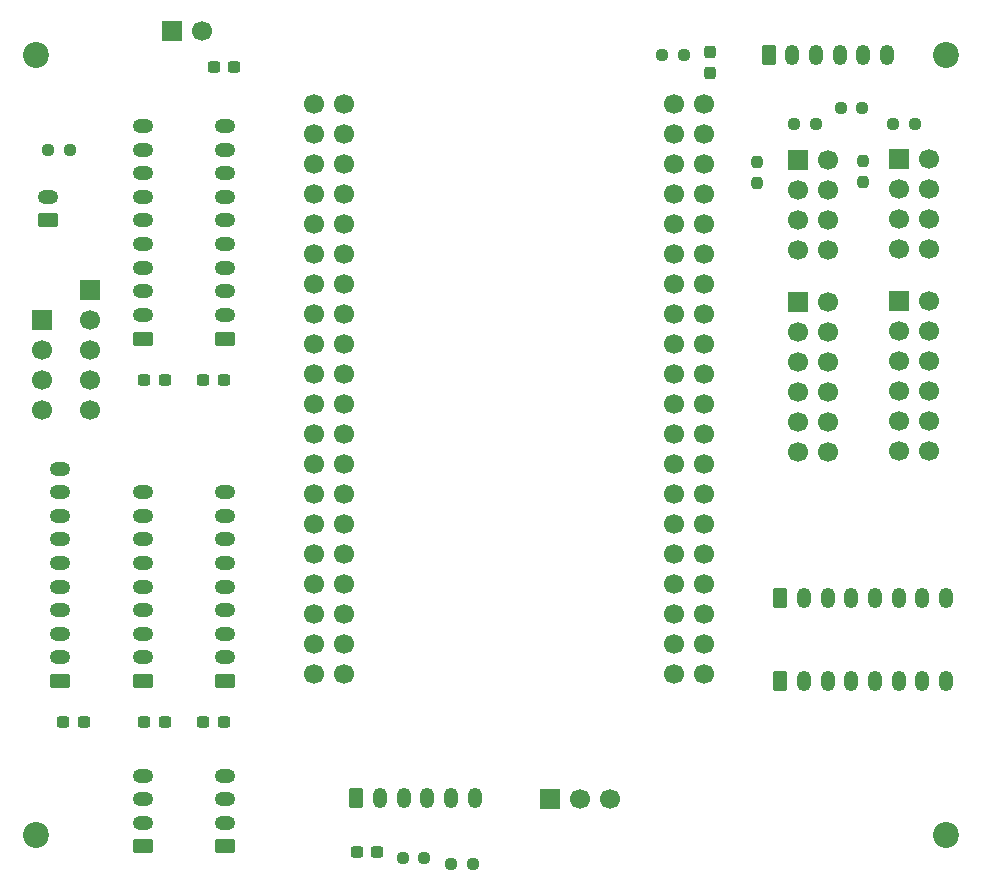
<source format=gbr>
%TF.GenerationSoftware,KiCad,Pcbnew,9.0.2*%
%TF.CreationDate,2025-07-05T12:49:50-04:00*%
%TF.ProjectId,Mainboard H7,4d61696e-626f-4617-9264-2048372e6b69,rev?*%
%TF.SameCoordinates,Original*%
%TF.FileFunction,Soldermask,Top*%
%TF.FilePolarity,Negative*%
%FSLAX46Y46*%
G04 Gerber Fmt 4.6, Leading zero omitted, Abs format (unit mm)*
G04 Created by KiCad (PCBNEW 9.0.2) date 2025-07-05 12:49:50*
%MOMM*%
%LPD*%
G01*
G04 APERTURE LIST*
G04 Aperture macros list*
%AMRoundRect*
0 Rectangle with rounded corners*
0 $1 Rounding radius*
0 $2 $3 $4 $5 $6 $7 $8 $9 X,Y pos of 4 corners*
0 Add a 4 corners polygon primitive as box body*
4,1,4,$2,$3,$4,$5,$6,$7,$8,$9,$2,$3,0*
0 Add four circle primitives for the rounded corners*
1,1,$1+$1,$2,$3*
1,1,$1+$1,$4,$5*
1,1,$1+$1,$6,$7*
1,1,$1+$1,$8,$9*
0 Add four rect primitives between the rounded corners*
20,1,$1+$1,$2,$3,$4,$5,0*
20,1,$1+$1,$4,$5,$6,$7,0*
20,1,$1+$1,$6,$7,$8,$9,0*
20,1,$1+$1,$8,$9,$2,$3,0*%
G04 Aperture macros list end*
%ADD10C,1.700000*%
%ADD11RoundRect,0.237500X-0.237500X0.250000X-0.237500X-0.250000X0.237500X-0.250000X0.237500X0.250000X0*%
%ADD12RoundRect,0.250000X0.625000X-0.350000X0.625000X0.350000X-0.625000X0.350000X-0.625000X-0.350000X0*%
%ADD13O,1.750000X1.200000*%
%ADD14RoundRect,0.250000X-0.350000X-0.625000X0.350000X-0.625000X0.350000X0.625000X-0.350000X0.625000X0*%
%ADD15O,1.200000X1.750000*%
%ADD16R,1.700000X1.700000*%
%ADD17C,2.200000*%
%ADD18RoundRect,0.237500X0.300000X0.237500X-0.300000X0.237500X-0.300000X-0.237500X0.300000X-0.237500X0*%
%ADD19RoundRect,0.237500X-0.250000X-0.237500X0.250000X-0.237500X0.250000X0.237500X-0.250000X0.237500X0*%
%ADD20RoundRect,0.237500X-0.300000X-0.237500X0.300000X-0.237500X0.300000X0.237500X-0.300000X0.237500X0*%
%ADD21RoundRect,0.237500X0.250000X0.237500X-0.250000X0.237500X-0.250000X-0.237500X0.250000X-0.237500X0*%
%ADD22RoundRect,0.237500X-0.237500X0.300000X-0.237500X-0.300000X0.237500X-0.300000X0.237500X0.300000X0*%
G04 APERTURE END LIST*
D10*
%TO.C,U1*%
X133490000Y-69120000D03*
X136030000Y-69120000D03*
X133490000Y-71660000D03*
X136030000Y-71660000D03*
X133490000Y-74200000D03*
X136030000Y-74200000D03*
X133490000Y-76740000D03*
X136030000Y-76740000D03*
X133490000Y-79280000D03*
X136030000Y-79280000D03*
X133490000Y-81820000D03*
X136030000Y-81820000D03*
X133490000Y-84360000D03*
X136030000Y-84360000D03*
X133490000Y-86900000D03*
X136030000Y-86900000D03*
X133490000Y-89440000D03*
X136030000Y-89440000D03*
X133490000Y-91980000D03*
X136030000Y-91980000D03*
X133490000Y-94520000D03*
X136030000Y-94520000D03*
X133490000Y-97060000D03*
X136030000Y-97060000D03*
X133490000Y-99600000D03*
X136030000Y-99600000D03*
X133490000Y-102140000D03*
X136030000Y-102140000D03*
X133490000Y-104680000D03*
X136030000Y-104680000D03*
X133490000Y-107220000D03*
X136030000Y-107220000D03*
X133490000Y-109760000D03*
X136030000Y-109760000D03*
X133490000Y-112300000D03*
X136030000Y-112300000D03*
X133490000Y-114840000D03*
X136030000Y-114840000D03*
X133490000Y-117380000D03*
X136030000Y-117380000D03*
X163970000Y-69120000D03*
X166510000Y-69120000D03*
X163970000Y-71660000D03*
X166510000Y-71660000D03*
X163970000Y-74200000D03*
X166510000Y-74200000D03*
X163970000Y-76740000D03*
X166510000Y-76740000D03*
X163970000Y-79280000D03*
X166510000Y-79280000D03*
X163970000Y-81820000D03*
X166510000Y-81820000D03*
X163970000Y-84360000D03*
X166510000Y-84360000D03*
X163970000Y-86900000D03*
X166510000Y-86900000D03*
X163970000Y-89440000D03*
X166510000Y-89440000D03*
X163970000Y-91980000D03*
X166510000Y-91980000D03*
X163970000Y-94520000D03*
X166510000Y-94520000D03*
X163970000Y-97060000D03*
X166510000Y-97060000D03*
X163970000Y-99600000D03*
X166510000Y-99600000D03*
X163970000Y-102140000D03*
X166510000Y-102140000D03*
X163970000Y-104680000D03*
X166510000Y-104680000D03*
X163970000Y-107220000D03*
X166510000Y-107220000D03*
X163970000Y-109760000D03*
X166510000Y-109760000D03*
X163970000Y-112300000D03*
X166510000Y-112300000D03*
X163970000Y-114840000D03*
X166510000Y-114840000D03*
X163970000Y-117380000D03*
X166510000Y-117380000D03*
%TD*%
D11*
%TO.C,R1*%
X171000000Y-75840000D03*
X171000000Y-74015000D03*
%TD*%
D12*
%TO.C,J12*%
X119000000Y-89000000D03*
D13*
X119000000Y-87000000D03*
X119000000Y-85000000D03*
X119000000Y-83000000D03*
X119000000Y-81000000D03*
X119000000Y-79000000D03*
X119000000Y-77000000D03*
X119000000Y-75000000D03*
X119000000Y-73000000D03*
X119000000Y-71000000D03*
%TD*%
D14*
%TO.C,J7*%
X137100195Y-127899805D03*
D15*
X139100195Y-127899805D03*
X141100195Y-127899805D03*
X143100195Y-127899805D03*
X145100195Y-127899805D03*
X147100195Y-127899805D03*
%TD*%
D16*
%TO.C,J18*%
X121460000Y-63000000D03*
D10*
X124000000Y-63000000D03*
%TD*%
D16*
%TO.C,J17*%
X110500000Y-87460000D03*
D10*
X110500000Y-90000000D03*
X110500000Y-92540000D03*
X110500000Y-95080000D03*
%TD*%
D17*
%TO.C,REF\u002A\u002A*%
X187000000Y-65000000D03*
%TD*%
D18*
%TO.C,C1*%
X138862500Y-132500000D03*
X137137500Y-132500000D03*
%TD*%
D19*
%TO.C,R7*%
X163000000Y-65000000D03*
X164825000Y-65000000D03*
%TD*%
D12*
%TO.C,J9*%
X119000000Y-118000000D03*
D13*
X119000000Y-116000000D03*
X119000000Y-114000000D03*
X119000000Y-112000000D03*
X119000000Y-110000000D03*
X119000000Y-108000000D03*
X119000000Y-106000000D03*
X119000000Y-104000000D03*
X119000000Y-102000000D03*
%TD*%
D16*
%TO.C,J6*%
X183003750Y-85840000D03*
D10*
X185543750Y-85840000D03*
X183003750Y-88380000D03*
X185543750Y-88380000D03*
X183003750Y-90920000D03*
X185543750Y-90920000D03*
X183003750Y-93460000D03*
X185543750Y-93460000D03*
X183003750Y-96000000D03*
X185543750Y-96000000D03*
X183003750Y-98540000D03*
X185543750Y-98540000D03*
%TD*%
D19*
%TO.C,R8*%
X178087500Y-69500000D03*
X179912500Y-69500000D03*
%TD*%
D16*
%TO.C,J3*%
X174460000Y-73840000D03*
D10*
X177000000Y-73840000D03*
X174460000Y-76380000D03*
X177000000Y-76380000D03*
X174460000Y-78920000D03*
X177000000Y-78920000D03*
X174460000Y-81460000D03*
X177000000Y-81460000D03*
%TD*%
D18*
%TO.C,C8*%
X126725000Y-66000000D03*
X125000000Y-66000000D03*
%TD*%
D20*
%TO.C,C2*%
X119137500Y-92500000D03*
X120862500Y-92500000D03*
%TD*%
D14*
%TO.C,J15*%
X173000000Y-111000000D03*
D15*
X175000000Y-111000000D03*
X177000000Y-111000000D03*
X179000000Y-111000000D03*
X181000000Y-111000000D03*
X183000000Y-111000000D03*
X185000000Y-111000000D03*
X187000000Y-111000000D03*
%TD*%
D19*
%TO.C,R4*%
X182543750Y-70840000D03*
X184368750Y-70840000D03*
%TD*%
D17*
%TO.C,REF\u002A\u002A*%
X187000000Y-131000000D03*
%TD*%
D14*
%TO.C,J14*%
X173000000Y-118000000D03*
D15*
X175000000Y-118000000D03*
X177000000Y-118000000D03*
X179000000Y-118000000D03*
X181000000Y-118000000D03*
X183000000Y-118000000D03*
X185000000Y-118000000D03*
X187000000Y-118000000D03*
%TD*%
D16*
%TO.C,J4*%
X174460000Y-85920000D03*
D10*
X177000000Y-85920000D03*
X174460000Y-88460000D03*
X177000000Y-88460000D03*
X174460000Y-91000000D03*
X177000000Y-91000000D03*
X174460000Y-93540000D03*
X177000000Y-93540000D03*
X174460000Y-96080000D03*
X177000000Y-96080000D03*
X174460000Y-98620000D03*
X177000000Y-98620000D03*
%TD*%
D12*
%TO.C,SW1*%
X111000000Y-79000000D03*
D13*
X111000000Y-77000000D03*
%TD*%
D21*
%TO.C,R5*%
X146956250Y-133500000D03*
X145131250Y-133500000D03*
%TD*%
D14*
%TO.C,J8*%
X172000000Y-65000000D03*
D15*
X174000000Y-65000000D03*
X176000000Y-65000000D03*
X178000000Y-65000000D03*
X180000000Y-65000000D03*
X182000000Y-65000000D03*
%TD*%
D11*
%TO.C,R3*%
X180000000Y-73927500D03*
X180000000Y-75752500D03*
%TD*%
D18*
%TO.C,C5*%
X125862500Y-121500000D03*
X124137500Y-121500000D03*
%TD*%
D17*
%TO.C,REF\u002A\u002A*%
X110000000Y-131000000D03*
%TD*%
D16*
%TO.C,J19*%
X114500000Y-84920000D03*
D10*
X114500000Y-87460000D03*
X114500000Y-90000000D03*
X114500000Y-92540000D03*
X114500000Y-95080000D03*
%TD*%
D12*
%TO.C,J2*%
X119000000Y-132000000D03*
D13*
X119000000Y-130000000D03*
X119000000Y-128000000D03*
X119000000Y-126000000D03*
%TD*%
D21*
%TO.C,R6*%
X142825000Y-133000000D03*
X141000000Y-133000000D03*
%TD*%
D17*
%TO.C,REF\u002A\u002A*%
X110000000Y-65000000D03*
%TD*%
D12*
%TO.C,J13*%
X112000000Y-118000000D03*
D13*
X112000000Y-116000000D03*
X112000000Y-114000000D03*
X112000000Y-112000000D03*
X112000000Y-110000000D03*
X112000000Y-108000000D03*
X112000000Y-106000000D03*
X112000000Y-104000000D03*
X112000000Y-102000000D03*
X112000000Y-100000000D03*
%TD*%
D22*
%TO.C,C3*%
X167000000Y-64775000D03*
X167000000Y-66500000D03*
%TD*%
D12*
%TO.C,J11*%
X126000000Y-89000000D03*
D13*
X126000000Y-87000000D03*
X126000000Y-85000000D03*
X126000000Y-83000000D03*
X126000000Y-81000000D03*
X126000000Y-79000000D03*
X126000000Y-77000000D03*
X126000000Y-75000000D03*
X126000000Y-73000000D03*
X126000000Y-71000000D03*
%TD*%
D16*
%TO.C,J16*%
X153460000Y-128000000D03*
D10*
X156000000Y-128000000D03*
X158540000Y-128000000D03*
%TD*%
D20*
%TO.C,C7*%
X112275000Y-121500000D03*
X114000000Y-121500000D03*
%TD*%
D19*
%TO.C,R2*%
X174175000Y-70840000D03*
X176000000Y-70840000D03*
%TD*%
D18*
%TO.C,C6*%
X125862500Y-92500000D03*
X124137500Y-92500000D03*
%TD*%
D20*
%TO.C,C4*%
X119137500Y-121500000D03*
X120862500Y-121500000D03*
%TD*%
D12*
%TO.C,J10*%
X126000000Y-132000000D03*
D13*
X126000000Y-130000000D03*
X126000000Y-128000000D03*
X126000000Y-126000000D03*
%TD*%
D12*
%TO.C,J1*%
X126000000Y-118000000D03*
D13*
X126000000Y-116000000D03*
X126000000Y-114000000D03*
X126000000Y-112000000D03*
X126000000Y-110000000D03*
X126000000Y-108000000D03*
X126000000Y-106000000D03*
X126000000Y-104000000D03*
X126000000Y-102000000D03*
%TD*%
D21*
%TO.C,R9*%
X112825000Y-73000000D03*
X111000000Y-73000000D03*
%TD*%
D16*
%TO.C,J5*%
X183003750Y-73760000D03*
D10*
X185543750Y-73760000D03*
X183003750Y-76300000D03*
X185543750Y-76300000D03*
X183003750Y-78840000D03*
X185543750Y-78840000D03*
X183003750Y-81380000D03*
X185543750Y-81380000D03*
%TD*%
M02*

</source>
